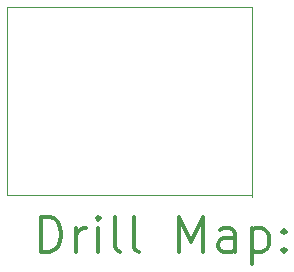
<source format=gbr>
%FSLAX45Y45*%
G04 Gerber Fmt 4.5, Leading zero omitted, Abs format (unit mm)*
G04 Created by KiCad (PCBNEW (5.1.9)-1) date 2021-04-04 18:40:29*
%MOMM*%
%LPD*%
G01*
G04 APERTURE LIST*
%TA.AperFunction,Profile*%
%ADD10C,0.050000*%
%TD*%
%ADD11C,0.200000*%
%ADD12C,0.300000*%
G04 APERTURE END LIST*
D10*
X14618000Y-11335000D02*
X16689000Y-11335000D01*
X14618000Y-9745000D02*
X14618000Y-11335000D01*
X16691000Y-9745000D02*
X14618000Y-9745000D01*
X16690000Y-11351000D02*
X16691000Y-9745000D01*
D11*
D12*
X14901928Y-11819214D02*
X14901928Y-11519214D01*
X14973357Y-11519214D01*
X15016214Y-11533500D01*
X15044786Y-11562071D01*
X15059071Y-11590643D01*
X15073357Y-11647786D01*
X15073357Y-11690643D01*
X15059071Y-11747786D01*
X15044786Y-11776357D01*
X15016214Y-11804929D01*
X14973357Y-11819214D01*
X14901928Y-11819214D01*
X15201928Y-11819214D02*
X15201928Y-11619214D01*
X15201928Y-11676357D02*
X15216214Y-11647786D01*
X15230500Y-11633500D01*
X15259071Y-11619214D01*
X15287643Y-11619214D01*
X15387643Y-11819214D02*
X15387643Y-11619214D01*
X15387643Y-11519214D02*
X15373357Y-11533500D01*
X15387643Y-11547786D01*
X15401928Y-11533500D01*
X15387643Y-11519214D01*
X15387643Y-11547786D01*
X15573357Y-11819214D02*
X15544786Y-11804929D01*
X15530500Y-11776357D01*
X15530500Y-11519214D01*
X15730500Y-11819214D02*
X15701928Y-11804929D01*
X15687643Y-11776357D01*
X15687643Y-11519214D01*
X16073357Y-11819214D02*
X16073357Y-11519214D01*
X16173357Y-11733500D01*
X16273357Y-11519214D01*
X16273357Y-11819214D01*
X16544786Y-11819214D02*
X16544786Y-11662071D01*
X16530500Y-11633500D01*
X16501928Y-11619214D01*
X16444786Y-11619214D01*
X16416214Y-11633500D01*
X16544786Y-11804929D02*
X16516214Y-11819214D01*
X16444786Y-11819214D01*
X16416214Y-11804929D01*
X16401928Y-11776357D01*
X16401928Y-11747786D01*
X16416214Y-11719214D01*
X16444786Y-11704929D01*
X16516214Y-11704929D01*
X16544786Y-11690643D01*
X16687643Y-11619214D02*
X16687643Y-11919214D01*
X16687643Y-11633500D02*
X16716214Y-11619214D01*
X16773357Y-11619214D01*
X16801928Y-11633500D01*
X16816214Y-11647786D01*
X16830500Y-11676357D01*
X16830500Y-11762071D01*
X16816214Y-11790643D01*
X16801928Y-11804929D01*
X16773357Y-11819214D01*
X16716214Y-11819214D01*
X16687643Y-11804929D01*
X16959071Y-11790643D02*
X16973357Y-11804929D01*
X16959071Y-11819214D01*
X16944786Y-11804929D01*
X16959071Y-11790643D01*
X16959071Y-11819214D01*
X16959071Y-11633500D02*
X16973357Y-11647786D01*
X16959071Y-11662071D01*
X16944786Y-11647786D01*
X16959071Y-11633500D01*
X16959071Y-11662071D01*
M02*

</source>
